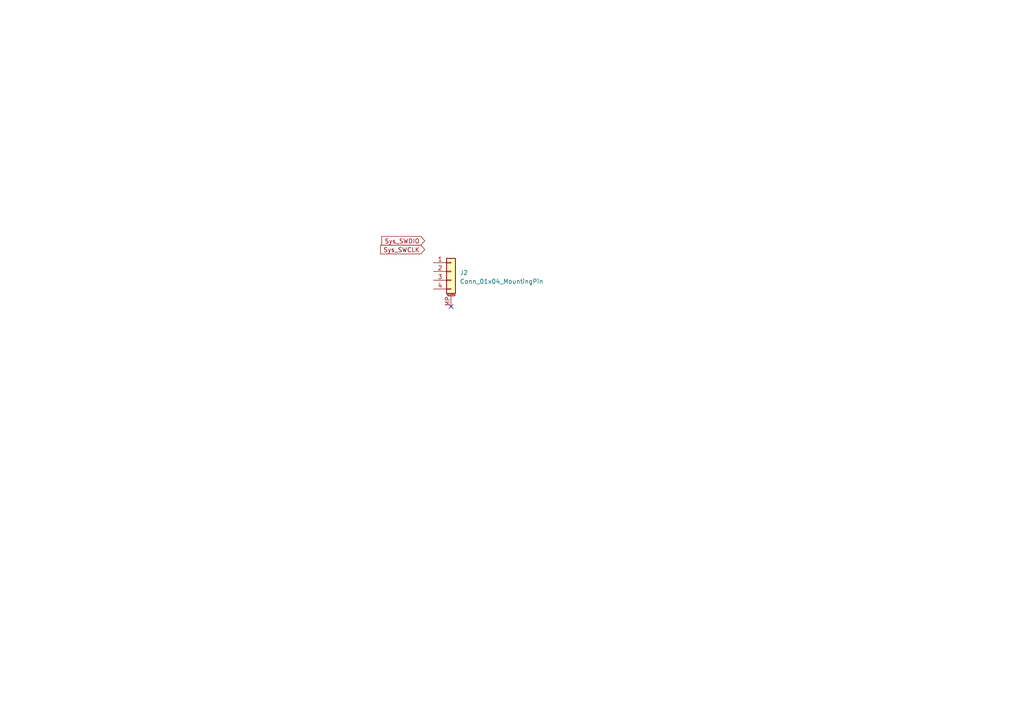
<source format=kicad_sch>
(kicad_sch (version 20231120) (generator "eeschema") (generator_version "8.0")
  (paper "A4")
  (lib_symbols
    (symbol "Connector_Generic_MountingPin:Conn_01x04_MountingPin" (pin_names (offset 1.016) hide)
      (property "Reference" "J" (at 0 5.08 0))
      (property "Value" "Conn_01x04_MountingPin" (at 1.27 -7.62 0))
      (symbol "Conn_01x04_MountingPin_1_1"
        (rectangle (start -1.27 -4.953) (end 0 -5.207) (stroke (width 0.1524)))
        (rectangle (start -1.27 -2.413) (end 0 -2.667) (stroke (width 0.1524)))
        (rectangle (start -1.27 0.127) (end 0 -0.127) (stroke (width 0.1524)))
        (rectangle (start -1.27 2.667) (end 0 2.413) (stroke (width 0.1524)))
        (rectangle (start -1.27 3.81) (end 1.27 -6.35) (stroke (width 0.254)) (fill (type background)))
        (polyline (pts (xy -1.016 -7.112) (xy 1.016 -7.112)) (stroke (width 0.1524)))
        (text "Mounting" (at 0 -6.731 0) (effects (font (size 0.381 0.381))))
        (pin passive line (at -5.08 2.54 0) (length 3.81) (name "Pin_1") (number "1"))
        (pin passive line (at -5.08 0 0) (length 3.81) (name "Pin_2") (number "2"))
        (pin passive line (at -5.08 -2.54 0) (length 3.81) (name "Pin_3") (number "3"))
        (pin passive line (at -5.08 -5.08 0) (length 3.81) (name "Pin_4") (number "4"))
        (pin passive line (at 0 -10.16 90) (length 3.048) (name "MountPin") (number "MP"))
      )
    )
  )
  (no_connect (at 130.81 88.9))
  (global_label "Sys_SWDIO" (shape input) (at 123.19 69.85 180) (property "Intersheetrefs" "${INTERSHEET_REFS}" (effects (hide yes))))
  (global_label "Sys_SWCLK" (shape input) (at 123.19 72.39 180) (property "Intersheetrefs" "${INTERSHEET_REFS}" (effects (hide yes))))
  (symbol (lib_id "Connector_Generic_MountingPin:Conn_01x04_MountingPin") (at 130.81 78.74 0) (unit 1)
    (property "Reference" "J2" (at 133.35 79.0955 0) (effects (justify left)))
    (property "Value" "Conn_01x04_MountingPin" (at 133.35 81.6355 0) (effects (justify left)))
    (property "Description" "Generic connectable mounting pin connector, single row, 01x04, script generated (kicad-library-utils/schlib/autogen/connector/)" (effects (hide yes)))
  )
)
</source>
